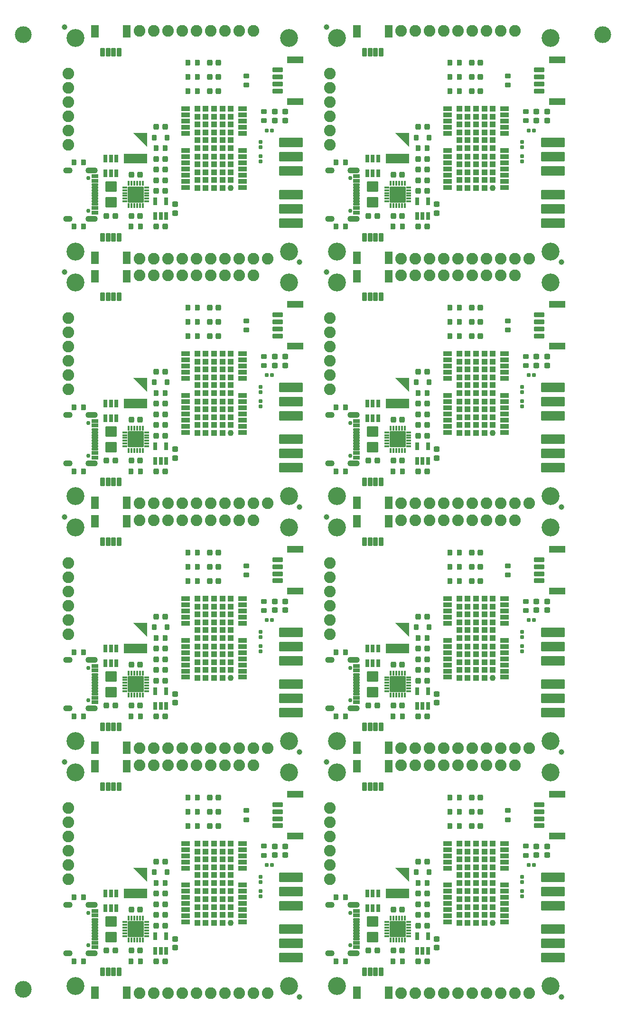
<source format=gts>
%TF.GenerationSoftware,KiCad,Pcbnew,8.0.5*%
%TF.CreationDate,2024-10-02T11:06:20-06:00*%
%TF.ProjectId,SparkFun_GNSS_LG290P_panelized,53706172-6b46-4756-9e5f-474e53535f4c,rev?*%
%TF.SameCoordinates,Original*%
%TF.FileFunction,Soldermask,Top*%
%TF.FilePolarity,Negative*%
%FSLAX46Y46*%
G04 Gerber Fmt 4.6, Leading zero omitted, Abs format (unit mm)*
G04 Created by KiCad (PCBNEW 8.0.5) date 2024-10-02 11:06:20*
%MOMM*%
%LPD*%
G01*
G04 APERTURE LIST*
G04 Aperture macros list*
%AMRoundRect*
0 Rectangle with rounded corners*
0 $1 Rounding radius*
0 $2 $3 $4 $5 $6 $7 $8 $9 X,Y pos of 4 corners*
0 Add a 4 corners polygon primitive as box body*
4,1,4,$2,$3,$4,$5,$6,$7,$8,$9,$2,$3,0*
0 Add four circle primitives for the rounded corners*
1,1,$1+$1,$2,$3*
1,1,$1+$1,$4,$5*
1,1,$1+$1,$6,$7*
1,1,$1+$1,$8,$9*
0 Add four rect primitives between the rounded corners*
20,1,$1+$1,$2,$3,$4,$5,0*
20,1,$1+$1,$4,$5,$6,$7,0*
20,1,$1+$1,$6,$7,$8,$9,0*
20,1,$1+$1,$8,$9,$2,$3,0*%
G04 Aperture macros list end*
%ADD10C,0.000000*%
%ADD11C,3.000000*%
%ADD12C,3.200000*%
%ADD13RoundRect,0.225000X-0.225000X-0.300000X0.225000X-0.300000X0.225000X0.300000X-0.225000X0.300000X0*%
%ADD14RoundRect,0.165000X0.165000X0.195000X-0.165000X0.195000X-0.165000X-0.195000X0.165000X-0.195000X0*%
%ADD15RoundRect,0.250000X0.275000X-0.250000X0.275000X0.250000X-0.275000X0.250000X-0.275000X-0.250000X0*%
%ADD16RoundRect,0.250000X-0.250000X-0.275000X0.250000X-0.275000X0.250000X0.275000X-0.250000X0.275000X0*%
%ADD17RoundRect,0.225000X-0.300000X0.225000X-0.300000X-0.225000X0.300000X-0.225000X0.300000X0.225000X0*%
%ADD18RoundRect,0.101600X0.275000X0.600000X-0.275000X0.600000X-0.275000X-0.600000X0.275000X-0.600000X0*%
%ADD19RoundRect,0.101600X-0.300000X-0.675000X0.300000X-0.675000X0.300000X0.675000X-0.300000X0.675000X0*%
%ADD20RoundRect,0.101600X-0.600000X-1.000000X0.600000X-1.000000X0.600000X1.000000X-0.600000X1.000000X0*%
%ADD21RoundRect,0.165000X0.195000X-0.165000X0.195000X0.165000X-0.195000X0.165000X-0.195000X-0.165000X0*%
%ADD22RoundRect,0.250000X0.250000X0.275000X-0.250000X0.275000X-0.250000X-0.275000X0.250000X-0.275000X0*%
%ADD23RoundRect,0.087500X-0.375000X-0.087500X0.375000X-0.087500X0.375000X0.087500X-0.375000X0.087500X0*%
%ADD24RoundRect,0.087500X-0.087500X-0.375000X0.087500X-0.375000X0.087500X0.375000X-0.087500X0.375000X0*%
%ADD25RoundRect,0.050000X-1.350000X-1.350000X1.350000X-1.350000X1.350000X1.350000X-1.350000X1.350000X0*%
%ADD26RoundRect,0.101600X-2.000000X0.750000X-2.000000X-0.750000X2.000000X-0.750000X2.000000X0.750000X0*%
%ADD27C,2.082800*%
%ADD28RoundRect,0.101600X0.900000X-0.800000X0.900000X0.800000X-0.900000X0.800000X-0.900000X-0.800000X0*%
%ADD29RoundRect,0.101600X-0.275000X-0.600000X0.275000X-0.600000X0.275000X0.600000X-0.275000X0.600000X0*%
%ADD30RoundRect,0.050000X0.750000X0.400000X-0.750000X0.400000X-0.750000X-0.400000X0.750000X-0.400000X0*%
%ADD31C,1.100000*%
%ADD32RoundRect,0.050000X-0.500000X-0.500000X0.500000X-0.500000X0.500000X0.500000X-0.500000X0.500000X0*%
%ADD33RoundRect,0.050000X0.500000X0.500000X-0.500000X0.500000X-0.500000X-0.500000X0.500000X-0.500000X0*%
%ADD34RoundRect,0.101600X0.300000X0.675000X-0.300000X0.675000X-0.300000X-0.675000X0.300000X-0.675000X0*%
%ADD35RoundRect,0.101600X0.600000X1.000000X-0.600000X1.000000X-0.600000X-1.000000X0.600000X-1.000000X0*%
%ADD36RoundRect,0.225000X0.225000X0.300000X-0.225000X0.300000X-0.225000X-0.300000X0.225000X-0.300000X0*%
%ADD37C,1.000000*%
%ADD38RoundRect,0.243750X0.243750X0.281250X-0.243750X0.281250X-0.243750X-0.281250X0.243750X-0.281250X0*%
%ADD39RoundRect,0.101600X-0.850000X0.300000X-0.850000X-0.300000X0.850000X-0.300000X0.850000X0.300000X0*%
%ADD40RoundRect,0.101600X-1.350000X-0.500000X1.350000X-0.500000X1.350000X0.500000X-1.350000X0.500000X0*%
%ADD41RoundRect,0.101600X-0.315000X-0.415000X0.315000X-0.415000X0.315000X0.415000X-0.315000X0.415000X0*%
%ADD42C,0.750000*%
%ADD43RoundRect,0.070000X0.500000X-0.150000X0.500000X0.150000X-0.500000X0.150000X-0.500000X-0.150000X0*%
%ADD44RoundRect,0.070000X-0.500000X0.150000X-0.500000X-0.150000X0.500000X-0.150000X0.500000X0.150000X0*%
%ADD45RoundRect,0.070000X0.500000X-0.300000X0.500000X0.300000X-0.500000X0.300000X-0.500000X-0.300000X0*%
%ADD46RoundRect,0.070000X-0.500000X0.300000X-0.500000X-0.300000X0.500000X-0.300000X0.500000X0.300000X0*%
%ADD47O,1.700000X1.100000*%
%ADD48O,2.200000X1.100000*%
%ADD49RoundRect,0.225000X0.300000X-0.225000X0.300000X0.225000X-0.300000X0.225000X-0.300000X-0.225000X0*%
G04 APERTURE END LIST*
D10*
%TO.C,BT1*%
G36*
X62133000Y152214645D02*
G01*
X59647645Y154700000D01*
X62133000Y154700000D01*
X62133000Y152214645D01*
G37*
G36*
X62128000Y149295000D02*
G01*
X57928000Y149295000D01*
X57928000Y150995000D01*
X62128000Y150995000D01*
X62128000Y149295000D01*
G37*
G36*
X62133000Y108534645D02*
G01*
X59647645Y111020000D01*
X62133000Y111020000D01*
X62133000Y108534645D01*
G37*
G36*
X62128000Y105615000D02*
G01*
X57928000Y105615000D01*
X57928000Y107315000D01*
X62128000Y107315000D01*
X62128000Y105615000D01*
G37*
G36*
X62133000Y64854645D02*
G01*
X59647645Y67340000D01*
X62133000Y67340000D01*
X62133000Y64854645D01*
G37*
G36*
X62128000Y61935000D02*
G01*
X57928000Y61935000D01*
X57928000Y63635000D01*
X62128000Y63635000D01*
X62128000Y61935000D01*
G37*
G36*
X62133000Y21174645D02*
G01*
X59647645Y23660000D01*
X62133000Y23660000D01*
X62133000Y21174645D01*
G37*
G36*
X62128000Y18255000D02*
G01*
X57928000Y18255000D01*
X57928000Y19955000D01*
X62128000Y19955000D01*
X62128000Y18255000D01*
G37*
G36*
X15405000Y152214645D02*
G01*
X12919645Y154700000D01*
X15405000Y154700000D01*
X15405000Y152214645D01*
G37*
G36*
X15400000Y149295000D02*
G01*
X11200000Y149295000D01*
X11200000Y150995000D01*
X15400000Y150995000D01*
X15400000Y149295000D01*
G37*
G36*
X15405000Y108534645D02*
G01*
X12919645Y111020000D01*
X15405000Y111020000D01*
X15405000Y108534645D01*
G37*
G36*
X15400000Y105615000D02*
G01*
X11200000Y105615000D01*
X11200000Y107315000D01*
X15400000Y107315000D01*
X15400000Y105615000D01*
G37*
G36*
X15405000Y64854645D02*
G01*
X12919645Y67340000D01*
X15405000Y67340000D01*
X15405000Y64854645D01*
G37*
G36*
X15400000Y61935000D02*
G01*
X11200000Y61935000D01*
X11200000Y63635000D01*
X15400000Y63635000D01*
X15400000Y61935000D01*
G37*
G36*
X15405000Y21174645D02*
G01*
X12919645Y23660000D01*
X15405000Y23660000D01*
X15405000Y21174645D01*
G37*
G36*
X15400000Y18255000D02*
G01*
X11200000Y18255000D01*
X11200000Y19955000D01*
X15400000Y19955000D01*
X15400000Y18255000D01*
G37*
%TD*%
D11*
%TO.C,*%
X96631000Y172220000D03*
%TD*%
%TO.C,*%
X-6723000Y172220000D03*
%TD*%
%TO.C,*%
X-6723000Y2000000D03*
%TD*%
D12*
%TO.C,ST4*%
X49268000Y133580000D03*
%TD*%
%TO.C,ST4*%
X49268000Y89900000D03*
%TD*%
%TO.C,ST4*%
X49268000Y46220000D03*
%TD*%
%TO.C,ST4*%
X49268000Y2540000D03*
%TD*%
%TO.C,ST4*%
X2540000Y133580000D03*
%TD*%
%TO.C,ST4*%
X2540000Y89900000D03*
%TD*%
%TO.C,ST4*%
X2540000Y46220000D03*
%TD*%
D13*
%TO.C,R7*%
X63683000Y151995000D03*
X65333000Y151995000D03*
%TD*%
%TO.C,R7*%
X63683000Y108315000D03*
X65333000Y108315000D03*
%TD*%
%TO.C,R7*%
X63683000Y64635000D03*
X65333000Y64635000D03*
%TD*%
%TO.C,R7*%
X63683000Y20955000D03*
X65333000Y20955000D03*
%TD*%
%TO.C,R7*%
X16955000Y151995000D03*
X18605000Y151995000D03*
%TD*%
%TO.C,R7*%
X16955000Y108315000D03*
X18605000Y108315000D03*
%TD*%
%TO.C,R7*%
X16955000Y64635000D03*
X18605000Y64635000D03*
%TD*%
D12*
%TO.C,ST3*%
X49268000Y171680000D03*
%TD*%
%TO.C,ST3*%
X49268000Y128000000D03*
%TD*%
%TO.C,ST3*%
X49268000Y84320000D03*
%TD*%
%TO.C,ST3*%
X49268000Y40640000D03*
%TD*%
%TO.C,ST3*%
X2540000Y171680000D03*
%TD*%
%TO.C,ST3*%
X2540000Y128000000D03*
%TD*%
%TO.C,ST3*%
X2540000Y84320000D03*
%TD*%
D14*
%TO.C,L1*%
X84355500Y155170000D03*
X83395500Y155170000D03*
%TD*%
%TO.C,L1*%
X84355500Y111490000D03*
X83395500Y111490000D03*
%TD*%
%TO.C,L1*%
X84355500Y67810000D03*
X83395500Y67810000D03*
%TD*%
%TO.C,L1*%
X84355500Y24130000D03*
X83395500Y24130000D03*
%TD*%
%TO.C,L1*%
X37627500Y155170000D03*
X36667500Y155170000D03*
%TD*%
%TO.C,L1*%
X37627500Y111490000D03*
X36667500Y111490000D03*
%TD*%
%TO.C,L1*%
X37627500Y67810000D03*
X36667500Y67810000D03*
%TD*%
D15*
%TO.C,C3*%
X86733000Y156935000D03*
X86733000Y158485000D03*
%TD*%
%TO.C,C3*%
X86733000Y113255000D03*
X86733000Y114805000D03*
%TD*%
%TO.C,C3*%
X86733000Y69575000D03*
X86733000Y71125000D03*
%TD*%
%TO.C,C3*%
X86733000Y25895000D03*
X86733000Y27445000D03*
%TD*%
%TO.C,C3*%
X40005000Y156935000D03*
X40005000Y158485000D03*
%TD*%
%TO.C,C3*%
X40005000Y113255000D03*
X40005000Y114805000D03*
%TD*%
%TO.C,C3*%
X40005000Y69575000D03*
X40005000Y71125000D03*
%TD*%
D13*
%TO.C,R9*%
X59238000Y138025000D03*
X60888000Y138025000D03*
%TD*%
%TO.C,R9*%
X59238000Y94345000D03*
X60888000Y94345000D03*
%TD*%
%TO.C,R9*%
X59238000Y50665000D03*
X60888000Y50665000D03*
%TD*%
%TO.C,R9*%
X59238000Y6985000D03*
X60888000Y6985000D03*
%TD*%
%TO.C,R9*%
X12510000Y138025000D03*
X14160000Y138025000D03*
%TD*%
%TO.C,R9*%
X12510000Y94345000D03*
X14160000Y94345000D03*
%TD*%
%TO.C,R9*%
X12510000Y50665000D03*
X14160000Y50665000D03*
%TD*%
D16*
%TO.C,C13*%
X54843000Y139930000D03*
X56393000Y139930000D03*
%TD*%
%TO.C,C13*%
X54843000Y96250000D03*
X56393000Y96250000D03*
%TD*%
%TO.C,C13*%
X54843000Y52570000D03*
X56393000Y52570000D03*
%TD*%
%TO.C,C13*%
X54843000Y8890000D03*
X56393000Y8890000D03*
%TD*%
%TO.C,C13*%
X8115000Y139930000D03*
X9665000Y139930000D03*
%TD*%
%TO.C,C13*%
X8115000Y96250000D03*
X9665000Y96250000D03*
%TD*%
%TO.C,C13*%
X8115000Y52570000D03*
X9665000Y52570000D03*
%TD*%
%TO.C,C1*%
X63733000Y138025000D03*
X65283000Y138025000D03*
%TD*%
%TO.C,C1*%
X63733000Y94345000D03*
X65283000Y94345000D03*
%TD*%
%TO.C,C1*%
X63733000Y50665000D03*
X65283000Y50665000D03*
%TD*%
%TO.C,C1*%
X63733000Y6985000D03*
X65283000Y6985000D03*
%TD*%
%TO.C,C1*%
X17005000Y138025000D03*
X18555000Y138025000D03*
%TD*%
%TO.C,C1*%
X17005000Y94345000D03*
X18555000Y94345000D03*
%TD*%
%TO.C,C1*%
X17005000Y50665000D03*
X18555000Y50665000D03*
%TD*%
D17*
%TO.C,R6*%
X82923000Y158535000D03*
X82923000Y156885000D03*
%TD*%
%TO.C,R6*%
X82923000Y114855000D03*
X82923000Y113205000D03*
%TD*%
%TO.C,R6*%
X82923000Y71175000D03*
X82923000Y69525000D03*
%TD*%
%TO.C,R6*%
X82923000Y27495000D03*
X82923000Y25845000D03*
%TD*%
%TO.C,R6*%
X36195000Y158535000D03*
X36195000Y156885000D03*
%TD*%
%TO.C,R6*%
X36195000Y114855000D03*
X36195000Y113205000D03*
%TD*%
%TO.C,R6*%
X36195000Y71175000D03*
X36195000Y69525000D03*
%TD*%
D18*
%TO.C,U1*%
X56568000Y150120100D03*
X55618000Y150120100D03*
X54668000Y150120100D03*
X54668000Y147519900D03*
X55618000Y147520000D03*
X56568000Y147519900D03*
%TD*%
%TO.C,U1*%
X56568000Y106440100D03*
X55618000Y106440100D03*
X54668000Y106440100D03*
X54668000Y103839900D03*
X55618000Y103840000D03*
X56568000Y103839900D03*
%TD*%
%TO.C,U1*%
X56568000Y62760100D03*
X55618000Y62760100D03*
X54668000Y62760100D03*
X54668000Y60159900D03*
X55618000Y60160000D03*
X56568000Y60159900D03*
%TD*%
%TO.C,U1*%
X56568000Y19080100D03*
X55618000Y19080100D03*
X54668000Y19080100D03*
X54668000Y16479900D03*
X55618000Y16480000D03*
X56568000Y16479900D03*
%TD*%
%TO.C,U1*%
X9840000Y150120100D03*
X8890000Y150120100D03*
X7940000Y150120100D03*
X7940000Y147519900D03*
X8890000Y147520000D03*
X9840000Y147519900D03*
%TD*%
%TO.C,U1*%
X9840000Y106440100D03*
X8890000Y106440100D03*
X7940000Y106440100D03*
X7940000Y103839900D03*
X8890000Y103840000D03*
X9840000Y103839900D03*
%TD*%
%TO.C,U1*%
X9840000Y62760100D03*
X8890000Y62760100D03*
X7940000Y62760100D03*
X7940000Y60159900D03*
X8890000Y60160000D03*
X9840000Y60159900D03*
%TD*%
D19*
%TO.C,J4*%
X54118000Y136120000D03*
X55118000Y136120000D03*
X56118000Y136120000D03*
X57118000Y136120000D03*
D20*
X58418000Y132445000D03*
X52818000Y132445000D03*
%TD*%
D19*
%TO.C,J4*%
X54118000Y92440000D03*
X55118000Y92440000D03*
X56118000Y92440000D03*
X57118000Y92440000D03*
D20*
X58418000Y88765000D03*
X52818000Y88765000D03*
%TD*%
D19*
%TO.C,J4*%
X54118000Y48760000D03*
X55118000Y48760000D03*
X56118000Y48760000D03*
X57118000Y48760000D03*
D20*
X58418000Y45085000D03*
X52818000Y45085000D03*
%TD*%
D19*
%TO.C,J4*%
X54118000Y5080000D03*
X55118000Y5080000D03*
X56118000Y5080000D03*
X57118000Y5080000D03*
D20*
X58418000Y1405000D03*
X52818000Y1405000D03*
%TD*%
D19*
%TO.C,J4*%
X7390000Y136120000D03*
X8390000Y136120000D03*
X9390000Y136120000D03*
X10390000Y136120000D03*
D20*
X11690000Y132445000D03*
X6090000Y132445000D03*
%TD*%
D19*
%TO.C,J4*%
X7390000Y92440000D03*
X8390000Y92440000D03*
X9390000Y92440000D03*
X10390000Y92440000D03*
D20*
X11690000Y88765000D03*
X6090000Y88765000D03*
%TD*%
D19*
%TO.C,J4*%
X7390000Y48760000D03*
X8390000Y48760000D03*
X9390000Y48760000D03*
X10390000Y48760000D03*
D20*
X11690000Y45085000D03*
X6090000Y45085000D03*
%TD*%
D21*
%TO.C,C6*%
X82288000Y152150000D03*
X82288000Y153110000D03*
%TD*%
%TO.C,C6*%
X82288000Y108470000D03*
X82288000Y109430000D03*
%TD*%
%TO.C,C6*%
X82288000Y64790000D03*
X82288000Y65750000D03*
%TD*%
%TO.C,C6*%
X82288000Y21110000D03*
X82288000Y22070000D03*
%TD*%
%TO.C,C6*%
X35560000Y152150000D03*
X35560000Y153110000D03*
%TD*%
%TO.C,C6*%
X35560000Y108470000D03*
X35560000Y109430000D03*
%TD*%
%TO.C,C6*%
X35560000Y64790000D03*
X35560000Y65750000D03*
%TD*%
D22*
%TO.C,C10*%
X60838000Y147232500D03*
X59288000Y147232500D03*
%TD*%
%TO.C,C10*%
X60838000Y103552500D03*
X59288000Y103552500D03*
%TD*%
%TO.C,C10*%
X60838000Y59872500D03*
X59288000Y59872500D03*
%TD*%
%TO.C,C10*%
X60838000Y16192500D03*
X59288000Y16192500D03*
%TD*%
%TO.C,C10*%
X14110000Y147232500D03*
X12560000Y147232500D03*
%TD*%
%TO.C,C10*%
X14110000Y103552500D03*
X12560000Y103552500D03*
%TD*%
%TO.C,C10*%
X14110000Y59872500D03*
X12560000Y59872500D03*
%TD*%
D23*
%TO.C,U4*%
X58100500Y144990000D03*
X58100500Y144490000D03*
X58100500Y143990000D03*
X58100500Y143490000D03*
X58100500Y142990000D03*
X58100500Y142490000D03*
D24*
X58813000Y141777500D03*
X59313000Y141777500D03*
X59813000Y141777500D03*
X60313000Y141777500D03*
X60813000Y141777500D03*
X61313000Y141777500D03*
D23*
X62025500Y142490000D03*
X62025500Y142990000D03*
X62025500Y143490000D03*
X62025500Y143990000D03*
X62025500Y144490000D03*
X62025500Y144990000D03*
D24*
X61313000Y145702500D03*
X60813000Y145702500D03*
X60313000Y145702500D03*
X59813000Y145702500D03*
X59313000Y145702500D03*
X58813000Y145702500D03*
D25*
X60063000Y143740000D03*
%TD*%
D23*
%TO.C,U4*%
X58100500Y101310000D03*
X58100500Y100810000D03*
X58100500Y100310000D03*
X58100500Y99810000D03*
X58100500Y99310000D03*
X58100500Y98810000D03*
D24*
X58813000Y98097500D03*
X59313000Y98097500D03*
X59813000Y98097500D03*
X60313000Y98097500D03*
X60813000Y98097500D03*
X61313000Y98097500D03*
D23*
X62025500Y98810000D03*
X62025500Y99310000D03*
X62025500Y99810000D03*
X62025500Y100310000D03*
X62025500Y100810000D03*
X62025500Y101310000D03*
D24*
X61313000Y102022500D03*
X60813000Y102022500D03*
X60313000Y102022500D03*
X59813000Y102022500D03*
X59313000Y102022500D03*
X58813000Y102022500D03*
D25*
X60063000Y100060000D03*
%TD*%
D23*
%TO.C,U4*%
X58100500Y57630000D03*
X58100500Y57130000D03*
X58100500Y56630000D03*
X58100500Y56130000D03*
X58100500Y55630000D03*
X58100500Y55130000D03*
D24*
X58813000Y54417500D03*
X59313000Y54417500D03*
X59813000Y54417500D03*
X60313000Y54417500D03*
X60813000Y54417500D03*
X61313000Y54417500D03*
D23*
X62025500Y55130000D03*
X62025500Y55630000D03*
X62025500Y56130000D03*
X62025500Y56630000D03*
X62025500Y57130000D03*
X62025500Y57630000D03*
D24*
X61313000Y58342500D03*
X60813000Y58342500D03*
X60313000Y58342500D03*
X59813000Y58342500D03*
X59313000Y58342500D03*
X58813000Y58342500D03*
D25*
X60063000Y56380000D03*
%TD*%
D23*
%TO.C,U4*%
X58100500Y13950000D03*
X58100500Y13450000D03*
X58100500Y12950000D03*
X58100500Y12450000D03*
X58100500Y11950000D03*
X58100500Y11450000D03*
D24*
X58813000Y10737500D03*
X59313000Y10737500D03*
X59813000Y10737500D03*
X60313000Y10737500D03*
X60813000Y10737500D03*
X61313000Y10737500D03*
D23*
X62025500Y11450000D03*
X62025500Y11950000D03*
X62025500Y12450000D03*
X62025500Y12950000D03*
X62025500Y13450000D03*
X62025500Y13950000D03*
D24*
X61313000Y14662500D03*
X60813000Y14662500D03*
X60313000Y14662500D03*
X59813000Y14662500D03*
X59313000Y14662500D03*
X58813000Y14662500D03*
D25*
X60063000Y12700000D03*
%TD*%
D23*
%TO.C,U4*%
X11372500Y144990000D03*
X11372500Y144490000D03*
X11372500Y143990000D03*
X11372500Y143490000D03*
X11372500Y142990000D03*
X11372500Y142490000D03*
D24*
X12085000Y141777500D03*
X12585000Y141777500D03*
X13085000Y141777500D03*
X13585000Y141777500D03*
X14085000Y141777500D03*
X14585000Y141777500D03*
D23*
X15297500Y142490000D03*
X15297500Y142990000D03*
X15297500Y143490000D03*
X15297500Y143990000D03*
X15297500Y144490000D03*
X15297500Y144990000D03*
D24*
X14585000Y145702500D03*
X14085000Y145702500D03*
X13585000Y145702500D03*
X13085000Y145702500D03*
X12585000Y145702500D03*
X12085000Y145702500D03*
D25*
X13335000Y143740000D03*
%TD*%
D23*
%TO.C,U4*%
X11372500Y101310000D03*
X11372500Y100810000D03*
X11372500Y100310000D03*
X11372500Y99810000D03*
X11372500Y99310000D03*
X11372500Y98810000D03*
D24*
X12085000Y98097500D03*
X12585000Y98097500D03*
X13085000Y98097500D03*
X13585000Y98097500D03*
X14085000Y98097500D03*
X14585000Y98097500D03*
D23*
X15297500Y98810000D03*
X15297500Y99310000D03*
X15297500Y99810000D03*
X15297500Y100310000D03*
X15297500Y100810000D03*
X15297500Y101310000D03*
D24*
X14585000Y102022500D03*
X14085000Y102022500D03*
X13585000Y102022500D03*
X13085000Y102022500D03*
X12585000Y102022500D03*
X12085000Y102022500D03*
D25*
X13335000Y100060000D03*
%TD*%
D23*
%TO.C,U4*%
X11372500Y57630000D03*
X11372500Y57130000D03*
X11372500Y56630000D03*
X11372500Y56130000D03*
X11372500Y55630000D03*
X11372500Y55130000D03*
D24*
X12085000Y54417500D03*
X12585000Y54417500D03*
X13085000Y54417500D03*
X13585000Y54417500D03*
X14085000Y54417500D03*
X14585000Y54417500D03*
D23*
X15297500Y55130000D03*
X15297500Y55630000D03*
X15297500Y56130000D03*
X15297500Y56630000D03*
X15297500Y57130000D03*
X15297500Y57630000D03*
D24*
X14585000Y58342500D03*
X14085000Y58342500D03*
X13585000Y58342500D03*
X13085000Y58342500D03*
X12585000Y58342500D03*
X12085000Y58342500D03*
D25*
X13335000Y56380000D03*
%TD*%
D26*
%TO.C,J3*%
X87749000Y141200000D03*
X87749000Y143740000D03*
X87749000Y138660000D03*
%TD*%
%TO.C,J3*%
X87749000Y97520000D03*
X87749000Y100060000D03*
X87749000Y94980000D03*
%TD*%
%TO.C,J3*%
X87749000Y53840000D03*
X87749000Y56380000D03*
X87749000Y51300000D03*
%TD*%
%TO.C,J3*%
X87749000Y10160000D03*
X87749000Y12700000D03*
X87749000Y7620000D03*
%TD*%
%TO.C,J3*%
X41021000Y141200000D03*
X41021000Y143740000D03*
X41021000Y138660000D03*
%TD*%
%TO.C,J3*%
X41021000Y97520000D03*
X41021000Y100060000D03*
X41021000Y94980000D03*
%TD*%
%TO.C,J3*%
X41021000Y53840000D03*
X41021000Y56380000D03*
X41021000Y51300000D03*
%TD*%
D16*
%TO.C,C7*%
X59288000Y139930000D03*
X60838000Y139930000D03*
%TD*%
%TO.C,C7*%
X59288000Y96250000D03*
X60838000Y96250000D03*
%TD*%
%TO.C,C7*%
X59288000Y52570000D03*
X60838000Y52570000D03*
%TD*%
%TO.C,C7*%
X59288000Y8890000D03*
X60838000Y8890000D03*
%TD*%
%TO.C,C7*%
X12560000Y139930000D03*
X14110000Y139930000D03*
%TD*%
%TO.C,C7*%
X12560000Y96250000D03*
X14110000Y96250000D03*
%TD*%
%TO.C,C7*%
X12560000Y52570000D03*
X14110000Y52570000D03*
%TD*%
D15*
%TO.C,D6*%
X67048000Y140425000D03*
X67048000Y141975000D03*
%TD*%
%TO.C,D6*%
X67048000Y96745000D03*
X67048000Y98295000D03*
%TD*%
%TO.C,D6*%
X67048000Y53065000D03*
X67048000Y54615000D03*
%TD*%
%TO.C,D6*%
X67048000Y9385000D03*
X67048000Y10935000D03*
%TD*%
%TO.C,D6*%
X20320000Y140425000D03*
X20320000Y141975000D03*
%TD*%
%TO.C,D6*%
X20320000Y96745000D03*
X20320000Y98295000D03*
%TD*%
%TO.C,D6*%
X20320000Y53065000D03*
X20320000Y54615000D03*
%TD*%
D27*
%TO.C,J10*%
X70858000Y132310000D03*
X73398000Y132310000D03*
X75938000Y132310000D03*
X78478000Y132310000D03*
X81018000Y132310000D03*
X83558000Y132310000D03*
%TD*%
%TO.C,J10*%
X70858000Y88630000D03*
X73398000Y88630000D03*
X75938000Y88630000D03*
X78478000Y88630000D03*
X81018000Y88630000D03*
X83558000Y88630000D03*
%TD*%
%TO.C,J10*%
X70858000Y44950000D03*
X73398000Y44950000D03*
X75938000Y44950000D03*
X78478000Y44950000D03*
X81018000Y44950000D03*
X83558000Y44950000D03*
%TD*%
%TO.C,J10*%
X70858000Y1270000D03*
X73398000Y1270000D03*
X75938000Y1270000D03*
X78478000Y1270000D03*
X81018000Y1270000D03*
X83558000Y1270000D03*
%TD*%
%TO.C,J10*%
X24130000Y132310000D03*
X26670000Y132310000D03*
X29210000Y132310000D03*
X31750000Y132310000D03*
X34290000Y132310000D03*
X36830000Y132310000D03*
%TD*%
%TO.C,J10*%
X24130000Y88630000D03*
X26670000Y88630000D03*
X29210000Y88630000D03*
X31750000Y88630000D03*
X34290000Y88630000D03*
X36830000Y88630000D03*
%TD*%
%TO.C,J10*%
X24130000Y44950000D03*
X26670000Y44950000D03*
X29210000Y44950000D03*
X31750000Y44950000D03*
X34290000Y44950000D03*
X36830000Y44950000D03*
%TD*%
D28*
%TO.C,F1*%
X55618000Y142340000D03*
X55618000Y145140000D03*
%TD*%
%TO.C,F1*%
X55618000Y98660000D03*
X55618000Y101460000D03*
%TD*%
%TO.C,F1*%
X55618000Y54980000D03*
X55618000Y57780000D03*
%TD*%
%TO.C,F1*%
X55618000Y11300000D03*
X55618000Y14100000D03*
%TD*%
%TO.C,F1*%
X8890000Y142340000D03*
X8890000Y145140000D03*
%TD*%
%TO.C,F1*%
X8890000Y98660000D03*
X8890000Y101460000D03*
%TD*%
%TO.C,F1*%
X8890000Y54980000D03*
X8890000Y57780000D03*
%TD*%
D22*
%TO.C,C8*%
X65283000Y148185000D03*
X63733000Y148185000D03*
%TD*%
%TO.C,C8*%
X65283000Y104505000D03*
X63733000Y104505000D03*
%TD*%
%TO.C,C8*%
X65283000Y60825000D03*
X63733000Y60825000D03*
%TD*%
%TO.C,C8*%
X65283000Y17145000D03*
X63733000Y17145000D03*
%TD*%
%TO.C,C8*%
X18555000Y148185000D03*
X17005000Y148185000D03*
%TD*%
%TO.C,C8*%
X18555000Y104505000D03*
X17005000Y104505000D03*
%TD*%
%TO.C,C8*%
X18555000Y60825000D03*
X17005000Y60825000D03*
%TD*%
D15*
%TO.C,C4*%
X84828000Y156935000D03*
X84828000Y158485000D03*
%TD*%
%TO.C,C4*%
X84828000Y113255000D03*
X84828000Y114805000D03*
%TD*%
%TO.C,C4*%
X84828000Y69575000D03*
X84828000Y71125000D03*
%TD*%
%TO.C,C4*%
X84828000Y25895000D03*
X84828000Y27445000D03*
%TD*%
%TO.C,C4*%
X38100000Y156935000D03*
X38100000Y158485000D03*
%TD*%
%TO.C,C4*%
X38100000Y113255000D03*
X38100000Y114805000D03*
%TD*%
%TO.C,C4*%
X38100000Y69575000D03*
X38100000Y71125000D03*
%TD*%
D29*
%TO.C,U2*%
X63558000Y139899900D03*
X64508000Y139899900D03*
X65458000Y139899900D03*
X65458000Y142500100D03*
X63558000Y142500100D03*
%TD*%
%TO.C,U2*%
X63558000Y96219900D03*
X64508000Y96219900D03*
X65458000Y96219900D03*
X65458000Y98820100D03*
X63558000Y98820100D03*
%TD*%
%TO.C,U2*%
X63558000Y52539900D03*
X64508000Y52539900D03*
X65458000Y52539900D03*
X65458000Y55140100D03*
X63558000Y55140100D03*
%TD*%
%TO.C,U2*%
X63558000Y8859900D03*
X64508000Y8859900D03*
X65458000Y8859900D03*
X65458000Y11460100D03*
X63558000Y11460100D03*
%TD*%
%TO.C,U2*%
X16830000Y139899900D03*
X17780000Y139899900D03*
X18730000Y139899900D03*
X18730000Y142500100D03*
X16830000Y142500100D03*
%TD*%
%TO.C,U2*%
X16830000Y96219900D03*
X17780000Y96219900D03*
X18730000Y96219900D03*
X18730000Y98820100D03*
X16830000Y98820100D03*
%TD*%
%TO.C,U2*%
X16830000Y52539900D03*
X17780000Y52539900D03*
X18730000Y52539900D03*
X18730000Y55140100D03*
X16830000Y55140100D03*
%TD*%
D30*
%TO.C,U3*%
X79083000Y144995000D03*
X79083000Y146095000D03*
X79083000Y147195000D03*
X79083000Y148295000D03*
X79083000Y149395000D03*
X79083000Y150495000D03*
X79083000Y151595000D03*
X79083000Y154595000D03*
X79083000Y155695000D03*
X79083000Y156795000D03*
X79083000Y157895000D03*
X79083000Y158995000D03*
X68983000Y158995000D03*
X68983000Y157895000D03*
X68983000Y156795000D03*
X68983000Y155695000D03*
X68983000Y154595000D03*
X68983000Y151595000D03*
X68983000Y150495000D03*
X68983000Y149395000D03*
X68983000Y148295000D03*
X68983000Y147195000D03*
X68983000Y146095000D03*
X68983000Y144995000D03*
D31*
X77033000Y144895000D03*
D32*
X77033000Y146295000D03*
X77033000Y147695000D03*
X77033000Y149095000D03*
X77033000Y150495000D03*
D33*
X77033000Y151995000D03*
X77033000Y153395000D03*
X77033000Y154795000D03*
X77033000Y156195000D03*
X77033000Y157595000D03*
X77033000Y158995000D03*
D32*
X75533000Y144895000D03*
X75533000Y146295000D03*
X75533000Y147695000D03*
X75533000Y149095000D03*
X75533000Y150495000D03*
D33*
X75533000Y151995000D03*
X75533000Y153395000D03*
X75533000Y154795000D03*
X75533000Y156195000D03*
X75533000Y157595000D03*
X75533000Y158995000D03*
D32*
X74033000Y144895000D03*
X74033000Y146295000D03*
X74033000Y147695000D03*
X74033000Y149095000D03*
X74033000Y150495000D03*
D33*
X74033000Y151995000D03*
X74033000Y153395000D03*
X74033000Y154795000D03*
X74033000Y156195000D03*
X74033000Y157595000D03*
X74033000Y158995000D03*
D32*
X72533000Y144895000D03*
X72533000Y146295000D03*
X72533000Y147695000D03*
X72533000Y149095000D03*
X72533000Y150495000D03*
D33*
X72533000Y151995000D03*
X72533000Y153395000D03*
X72533000Y154795000D03*
X72533000Y156195000D03*
X72533000Y157595000D03*
X72533000Y158995000D03*
D32*
X71033000Y144895000D03*
X71033000Y146295000D03*
X71033000Y147695000D03*
X71033000Y149095000D03*
X71033000Y150495000D03*
D33*
X71033000Y151995000D03*
X71033000Y153395000D03*
X71033000Y154795000D03*
X71033000Y156195000D03*
X71033000Y157595000D03*
X71033000Y158995000D03*
%TD*%
D30*
%TO.C,U3*%
X79083000Y101315000D03*
X79083000Y102415000D03*
X79083000Y103515000D03*
X79083000Y104615000D03*
X79083000Y105715000D03*
X79083000Y106815000D03*
X79083000Y107915000D03*
X79083000Y110915000D03*
X79083000Y112015000D03*
X79083000Y113115000D03*
X79083000Y114215000D03*
X79083000Y115315000D03*
X68983000Y115315000D03*
X68983000Y114215000D03*
X68983000Y113115000D03*
X68983000Y112015000D03*
X68983000Y110915000D03*
X68983000Y107915000D03*
X68983000Y106815000D03*
X68983000Y105715000D03*
X68983000Y104615000D03*
X68983000Y103515000D03*
X68983000Y102415000D03*
X68983000Y101315000D03*
D31*
X77033000Y101215000D03*
D32*
X77033000Y102615000D03*
X77033000Y104015000D03*
X77033000Y105415000D03*
X77033000Y106815000D03*
D33*
X77033000Y108315000D03*
X77033000Y109715000D03*
X77033000Y111115000D03*
X77033000Y112515000D03*
X77033000Y113915000D03*
X77033000Y115315000D03*
D32*
X75533000Y101215000D03*
X75533000Y102615000D03*
X75533000Y104015000D03*
X75533000Y105415000D03*
X75533000Y106815000D03*
D33*
X75533000Y108315000D03*
X75533000Y109715000D03*
X75533000Y111115000D03*
X75533000Y112515000D03*
X75533000Y113915000D03*
X75533000Y115315000D03*
D32*
X74033000Y101215000D03*
X74033000Y102615000D03*
X74033000Y104015000D03*
X74033000Y105415000D03*
X74033000Y106815000D03*
D33*
X74033000Y108315000D03*
X74033000Y109715000D03*
X74033000Y111115000D03*
X74033000Y112515000D03*
X74033000Y113915000D03*
X74033000Y115315000D03*
D32*
X72533000Y101215000D03*
X72533000Y102615000D03*
X72533000Y104015000D03*
X72533000Y105415000D03*
X72533000Y106815000D03*
D33*
X72533000Y108315000D03*
X72533000Y109715000D03*
X72533000Y111115000D03*
X72533000Y112515000D03*
X72533000Y113915000D03*
X72533000Y115315000D03*
D32*
X71033000Y101215000D03*
X71033000Y102615000D03*
X71033000Y104015000D03*
X71033000Y105415000D03*
X71033000Y106815000D03*
D33*
X71033000Y108315000D03*
X71033000Y109715000D03*
X71033000Y111115000D03*
X71033000Y112515000D03*
X71033000Y113915000D03*
X71033000Y115315000D03*
%TD*%
D30*
%TO.C,U3*%
X79083000Y57635000D03*
X79083000Y58735000D03*
X79083000Y59835000D03*
X79083000Y60935000D03*
X79083000Y62035000D03*
X79083000Y63135000D03*
X79083000Y64235000D03*
X79083000Y67235000D03*
X79083000Y68335000D03*
X79083000Y69435000D03*
X79083000Y70535000D03*
X79083000Y71635000D03*
X68983000Y71635000D03*
X68983000Y70535000D03*
X68983000Y69435000D03*
X68983000Y68335000D03*
X68983000Y67235000D03*
X68983000Y64235000D03*
X68983000Y63135000D03*
X68983000Y62035000D03*
X68983000Y60935000D03*
X68983000Y59835000D03*
X68983000Y58735000D03*
X68983000Y57635000D03*
D31*
X77033000Y57535000D03*
D32*
X77033000Y58935000D03*
X77033000Y60335000D03*
X77033000Y61735000D03*
X77033000Y63135000D03*
D33*
X77033000Y64635000D03*
X77033000Y66035000D03*
X77033000Y67435000D03*
X77033000Y68835000D03*
X77033000Y70235000D03*
X77033000Y71635000D03*
D32*
X75533000Y57535000D03*
X75533000Y58935000D03*
X75533000Y60335000D03*
X75533000Y61735000D03*
X75533000Y63135000D03*
D33*
X75533000Y64635000D03*
X75533000Y66035000D03*
X75533000Y67435000D03*
X75533000Y68835000D03*
X75533000Y70235000D03*
X75533000Y71635000D03*
D32*
X74033000Y57535000D03*
X74033000Y58935000D03*
X74033000Y60335000D03*
X74033000Y61735000D03*
X74033000Y63135000D03*
D33*
X74033000Y64635000D03*
X74033000Y66035000D03*
X74033000Y67435000D03*
X74033000Y68835000D03*
X74033000Y70235000D03*
X74033000Y71635000D03*
D32*
X72533000Y57535000D03*
X72533000Y58935000D03*
X72533000Y60335000D03*
X72533000Y61735000D03*
X72533000Y63135000D03*
D33*
X72533000Y64635000D03*
X72533000Y66035000D03*
X72533000Y67435000D03*
X72533000Y68835000D03*
X72533000Y70235000D03*
X72533000Y71635000D03*
D32*
X71033000Y57535000D03*
X71033000Y58935000D03*
X71033000Y60335000D03*
X71033000Y61735000D03*
X71033000Y63135000D03*
D33*
X71033000Y64635000D03*
X71033000Y66035000D03*
X71033000Y67435000D03*
X71033000Y68835000D03*
X71033000Y70235000D03*
X71033000Y71635000D03*
%TD*%
D30*
%TO.C,U3*%
X79083000Y13955000D03*
X79083000Y15055000D03*
X79083000Y16155000D03*
X79083000Y17255000D03*
X79083000Y18355000D03*
X79083000Y19455000D03*
X79083000Y20555000D03*
X79083000Y23555000D03*
X79083000Y24655000D03*
X79083000Y25755000D03*
X79083000Y26855000D03*
X79083000Y27955000D03*
X68983000Y27955000D03*
X68983000Y26855000D03*
X68983000Y25755000D03*
X68983000Y24655000D03*
X68983000Y23555000D03*
X68983000Y20555000D03*
X68983000Y19455000D03*
X68983000Y18355000D03*
X68983000Y17255000D03*
X68983000Y16155000D03*
X68983000Y15055000D03*
X68983000Y13955000D03*
D31*
X77033000Y13855000D03*
D32*
X77033000Y15255000D03*
X77033000Y16655000D03*
X77033000Y18055000D03*
X77033000Y19455000D03*
D33*
X77033000Y20955000D03*
X77033000Y22355000D03*
X77033000Y23755000D03*
X77033000Y25155000D03*
X77033000Y26555000D03*
X77033000Y27955000D03*
D32*
X75533000Y13855000D03*
X75533000Y15255000D03*
X75533000Y16655000D03*
X75533000Y18055000D03*
X75533000Y19455000D03*
D33*
X75533000Y20955000D03*
X75533000Y22355000D03*
X75533000Y23755000D03*
X75533000Y25155000D03*
X75533000Y26555000D03*
X75533000Y27955000D03*
D32*
X74033000Y13855000D03*
X74033000Y15255000D03*
X74033000Y16655000D03*
X74033000Y18055000D03*
X74033000Y19455000D03*
D33*
X74033000Y20955000D03*
X74033000Y22355000D03*
X74033000Y23755000D03*
X74033000Y25155000D03*
X74033000Y26555000D03*
X74033000Y27955000D03*
D32*
X72533000Y13855000D03*
X72533000Y15255000D03*
X72533000Y16655000D03*
X72533000Y18055000D03*
X72533000Y19455000D03*
D33*
X72533000Y20955000D03*
X72533000Y22355000D03*
X72533000Y23755000D03*
X72533000Y25155000D03*
X72533000Y26555000D03*
X72533000Y27955000D03*
D32*
X71033000Y13855000D03*
X71033000Y15255000D03*
X71033000Y16655000D03*
X71033000Y18055000D03*
X71033000Y19455000D03*
D33*
X71033000Y20955000D03*
X71033000Y22355000D03*
X71033000Y23755000D03*
X71033000Y25155000D03*
X71033000Y26555000D03*
X71033000Y27955000D03*
%TD*%
D30*
%TO.C,U3*%
X32355000Y144995000D03*
X32355000Y146095000D03*
X32355000Y147195000D03*
X32355000Y148295000D03*
X32355000Y149395000D03*
X32355000Y150495000D03*
X32355000Y151595000D03*
X32355000Y154595000D03*
X32355000Y155695000D03*
X32355000Y156795000D03*
X32355000Y157895000D03*
X32355000Y158995000D03*
X22255000Y158995000D03*
X22255000Y157895000D03*
X22255000Y156795000D03*
X22255000Y155695000D03*
X22255000Y154595000D03*
X22255000Y151595000D03*
X22255000Y150495000D03*
X22255000Y149395000D03*
X22255000Y148295000D03*
X22255000Y147195000D03*
X22255000Y146095000D03*
X22255000Y144995000D03*
D31*
X30305000Y144895000D03*
D32*
X30305000Y146295000D03*
X30305000Y147695000D03*
X30305000Y149095000D03*
X30305000Y150495000D03*
D33*
X30305000Y151995000D03*
X30305000Y153395000D03*
X30305000Y154795000D03*
X30305000Y156195000D03*
X30305000Y157595000D03*
X30305000Y158995000D03*
D32*
X28805000Y144895000D03*
X28805000Y146295000D03*
X28805000Y147695000D03*
X28805000Y149095000D03*
X28805000Y150495000D03*
D33*
X28805000Y151995000D03*
X28805000Y153395000D03*
X28805000Y154795000D03*
X28805000Y156195000D03*
X28805000Y157595000D03*
X28805000Y158995000D03*
D32*
X27305000Y144895000D03*
X27305000Y146295000D03*
X27305000Y147695000D03*
X27305000Y149095000D03*
X27305000Y150495000D03*
D33*
X27305000Y151995000D03*
X27305000Y153395000D03*
X27305000Y154795000D03*
X27305000Y156195000D03*
X27305000Y157595000D03*
X27305000Y158995000D03*
D32*
X25805000Y144895000D03*
X25805000Y146295000D03*
X25805000Y147695000D03*
X25805000Y149095000D03*
X25805000Y150495000D03*
D33*
X25805000Y151995000D03*
X25805000Y153395000D03*
X25805000Y154795000D03*
X25805000Y156195000D03*
X25805000Y157595000D03*
X25805000Y158995000D03*
D32*
X24305000Y144895000D03*
X24305000Y146295000D03*
X24305000Y147695000D03*
X24305000Y149095000D03*
X24305000Y150495000D03*
D33*
X24305000Y151995000D03*
X24305000Y153395000D03*
X24305000Y154795000D03*
X24305000Y156195000D03*
X24305000Y157595000D03*
X24305000Y158995000D03*
%TD*%
D30*
%TO.C,U3*%
X32355000Y101315000D03*
X32355000Y102415000D03*
X32355000Y103515000D03*
X32355000Y104615000D03*
X32355000Y105715000D03*
X32355000Y106815000D03*
X32355000Y107915000D03*
X32355000Y110915000D03*
X32355000Y112015000D03*
X32355000Y113115000D03*
X32355000Y114215000D03*
X32355000Y115315000D03*
X22255000Y115315000D03*
X22255000Y114215000D03*
X22255000Y113115000D03*
X22255000Y112015000D03*
X22255000Y110915000D03*
X22255000Y107915000D03*
X22255000Y106815000D03*
X22255000Y105715000D03*
X22255000Y104615000D03*
X22255000Y103515000D03*
X22255000Y102415000D03*
X22255000Y101315000D03*
D31*
X30305000Y101215000D03*
D32*
X30305000Y102615000D03*
X30305000Y104015000D03*
X30305000Y105415000D03*
X30305000Y106815000D03*
D33*
X30305000Y108315000D03*
X30305000Y109715000D03*
X30305000Y111115000D03*
X30305000Y112515000D03*
X30305000Y113915000D03*
X30305000Y115315000D03*
D32*
X28805000Y101215000D03*
X28805000Y102615000D03*
X28805000Y104015000D03*
X28805000Y105415000D03*
X28805000Y106815000D03*
D33*
X28805000Y108315000D03*
X28805000Y109715000D03*
X28805000Y111115000D03*
X28805000Y112515000D03*
X28805000Y113915000D03*
X28805000Y115315000D03*
D32*
X27305000Y101215000D03*
X27305000Y102615000D03*
X27305000Y104015000D03*
X27305000Y105415000D03*
X27305000Y106815000D03*
D33*
X27305000Y108315000D03*
X27305000Y109715000D03*
X27305000Y111115000D03*
X27305000Y112515000D03*
X27305000Y113915000D03*
X27305000Y115315000D03*
D32*
X25805000Y101215000D03*
X25805000Y102615000D03*
X25805000Y104015000D03*
X25805000Y105415000D03*
X25805000Y106815000D03*
D33*
X25805000Y108315000D03*
X25805000Y109715000D03*
X25805000Y111115000D03*
X25805000Y112515000D03*
X25805000Y113915000D03*
X25805000Y115315000D03*
D32*
X24305000Y101215000D03*
X24305000Y102615000D03*
X24305000Y104015000D03*
X24305000Y105415000D03*
X24305000Y106815000D03*
D33*
X24305000Y108315000D03*
X24305000Y109715000D03*
X24305000Y111115000D03*
X24305000Y112515000D03*
X24305000Y113915000D03*
X24305000Y115315000D03*
%TD*%
D30*
%TO.C,U3*%
X32355000Y57635000D03*
X32355000Y58735000D03*
X32355000Y59835000D03*
X32355000Y60935000D03*
X32355000Y62035000D03*
X32355000Y63135000D03*
X32355000Y64235000D03*
X32355000Y67235000D03*
X32355000Y68335000D03*
X32355000Y69435000D03*
X32355000Y70535000D03*
X32355000Y71635000D03*
X22255000Y71635000D03*
X22255000Y70535000D03*
X22255000Y69435000D03*
X22255000Y68335000D03*
X22255000Y67235000D03*
X22255000Y64235000D03*
X22255000Y63135000D03*
X22255000Y62035000D03*
X22255000Y60935000D03*
X22255000Y59835000D03*
X22255000Y58735000D03*
X22255000Y57635000D03*
D31*
X30305000Y57535000D03*
D32*
X30305000Y58935000D03*
X30305000Y60335000D03*
X30305000Y61735000D03*
X30305000Y63135000D03*
D33*
X30305000Y64635000D03*
X30305000Y66035000D03*
X30305000Y67435000D03*
X30305000Y68835000D03*
X30305000Y70235000D03*
X30305000Y71635000D03*
D32*
X28805000Y57535000D03*
X28805000Y58935000D03*
X28805000Y60335000D03*
X28805000Y61735000D03*
X28805000Y63135000D03*
D33*
X28805000Y64635000D03*
X28805000Y66035000D03*
X28805000Y67435000D03*
X28805000Y68835000D03*
X28805000Y70235000D03*
X28805000Y71635000D03*
D32*
X27305000Y57535000D03*
X27305000Y58935000D03*
X27305000Y60335000D03*
X27305000Y61735000D03*
X27305000Y63135000D03*
D33*
X27305000Y64635000D03*
X27305000Y66035000D03*
X27305000Y67435000D03*
X27305000Y68835000D03*
X27305000Y70235000D03*
X27305000Y71635000D03*
D32*
X25805000Y57535000D03*
X25805000Y58935000D03*
X25805000Y60335000D03*
X25805000Y61735000D03*
X25805000Y63135000D03*
D33*
X25805000Y64635000D03*
X25805000Y66035000D03*
X25805000Y67435000D03*
X25805000Y68835000D03*
X25805000Y70235000D03*
X25805000Y71635000D03*
D32*
X24305000Y57535000D03*
X24305000Y58935000D03*
X24305000Y60335000D03*
X24305000Y61735000D03*
X24305000Y63135000D03*
D33*
X24305000Y64635000D03*
X24305000Y66035000D03*
X24305000Y67435000D03*
X24305000Y68835000D03*
X24305000Y70235000D03*
X24305000Y71635000D03*
%TD*%
D12*
%TO.C,ST1*%
X87368000Y171680000D03*
%TD*%
%TO.C,ST1*%
X87368000Y128000000D03*
%TD*%
%TO.C,ST1*%
X87368000Y84320000D03*
%TD*%
%TO.C,ST1*%
X87368000Y40640000D03*
%TD*%
%TO.C,ST1*%
X40640000Y171680000D03*
%TD*%
%TO.C,ST1*%
X40640000Y128000000D03*
%TD*%
%TO.C,ST1*%
X40640000Y84320000D03*
%TD*%
D34*
%TO.C,J7*%
X57118000Y169140000D03*
X56118000Y169140000D03*
X55118000Y169140000D03*
X54118000Y169140000D03*
D35*
X52818000Y172815000D03*
X58418000Y172815000D03*
%TD*%
D34*
%TO.C,J7*%
X57118000Y125460000D03*
X56118000Y125460000D03*
X55118000Y125460000D03*
X54118000Y125460000D03*
D35*
X52818000Y129135000D03*
X58418000Y129135000D03*
%TD*%
D34*
%TO.C,J7*%
X57118000Y81780000D03*
X56118000Y81780000D03*
X55118000Y81780000D03*
X54118000Y81780000D03*
D35*
X52818000Y85455000D03*
X58418000Y85455000D03*
%TD*%
D34*
%TO.C,J7*%
X57118000Y38100000D03*
X56118000Y38100000D03*
X55118000Y38100000D03*
X54118000Y38100000D03*
D35*
X52818000Y41775000D03*
X58418000Y41775000D03*
%TD*%
D34*
%TO.C,J7*%
X10390000Y169140000D03*
X9390000Y169140000D03*
X8390000Y169140000D03*
X7390000Y169140000D03*
D35*
X6090000Y172815000D03*
X11690000Y172815000D03*
%TD*%
D34*
%TO.C,J7*%
X10390000Y125460000D03*
X9390000Y125460000D03*
X8390000Y125460000D03*
X7390000Y125460000D03*
D35*
X6090000Y129135000D03*
X11690000Y129135000D03*
%TD*%
D34*
%TO.C,J7*%
X10390000Y81780000D03*
X9390000Y81780000D03*
X8390000Y81780000D03*
X7390000Y81780000D03*
D35*
X6090000Y85455000D03*
X11690000Y85455000D03*
%TD*%
D36*
%TO.C,R1*%
X50728000Y138025000D03*
X49078000Y138025000D03*
%TD*%
%TO.C,R1*%
X50728000Y94345000D03*
X49078000Y94345000D03*
%TD*%
%TO.C,R1*%
X50728000Y50665000D03*
X49078000Y50665000D03*
%TD*%
%TO.C,R1*%
X50728000Y6985000D03*
X49078000Y6985000D03*
%TD*%
%TO.C,R1*%
X4000000Y138025000D03*
X2350000Y138025000D03*
%TD*%
%TO.C,R1*%
X4000000Y94345000D03*
X2350000Y94345000D03*
%TD*%
%TO.C,R1*%
X4000000Y50665000D03*
X2350000Y50665000D03*
%TD*%
D27*
%TO.C,J9*%
X60698000Y132310000D03*
X63238000Y132310000D03*
X65778000Y132310000D03*
X68318000Y132310000D03*
%TD*%
%TO.C,J9*%
X60698000Y88630000D03*
X63238000Y88630000D03*
X65778000Y88630000D03*
X68318000Y88630000D03*
%TD*%
%TO.C,J9*%
X60698000Y44950000D03*
X63238000Y44950000D03*
X65778000Y44950000D03*
X68318000Y44950000D03*
%TD*%
%TO.C,J9*%
X60698000Y1270000D03*
X63238000Y1270000D03*
X65778000Y1270000D03*
X68318000Y1270000D03*
%TD*%
%TO.C,J9*%
X13970000Y132310000D03*
X16510000Y132310000D03*
X19050000Y132310000D03*
X21590000Y132310000D03*
%TD*%
%TO.C,J9*%
X13970000Y88630000D03*
X16510000Y88630000D03*
X19050000Y88630000D03*
X21590000Y88630000D03*
%TD*%
%TO.C,J9*%
X13970000Y44950000D03*
X16510000Y44950000D03*
X19050000Y44950000D03*
X21590000Y44950000D03*
%TD*%
D26*
%TO.C,J5*%
X87749000Y150471000D03*
X87749000Y153011000D03*
X87749000Y147931000D03*
%TD*%
%TO.C,J5*%
X87749000Y106791000D03*
X87749000Y109331000D03*
X87749000Y104251000D03*
%TD*%
%TO.C,J5*%
X87749000Y63111000D03*
X87749000Y65651000D03*
X87749000Y60571000D03*
%TD*%
%TO.C,J5*%
X87749000Y19431000D03*
X87749000Y21971000D03*
X87749000Y16891000D03*
%TD*%
%TO.C,J5*%
X41021000Y150471000D03*
X41021000Y153011000D03*
X41021000Y147931000D03*
%TD*%
%TO.C,J5*%
X41021000Y106791000D03*
X41021000Y109331000D03*
X41021000Y104251000D03*
%TD*%
%TO.C,J5*%
X41021000Y63111000D03*
X41021000Y65651000D03*
X41021000Y60571000D03*
%TD*%
D21*
%TO.C,D3*%
X82288000Y149610000D03*
X82288000Y150570000D03*
%TD*%
%TO.C,D3*%
X82288000Y105930000D03*
X82288000Y106890000D03*
%TD*%
%TO.C,D3*%
X82288000Y62250000D03*
X82288000Y63210000D03*
%TD*%
%TO.C,D3*%
X82288000Y18570000D03*
X82288000Y19530000D03*
%TD*%
%TO.C,D3*%
X35560000Y149610000D03*
X35560000Y150570000D03*
%TD*%
%TO.C,D3*%
X35560000Y105930000D03*
X35560000Y106890000D03*
%TD*%
%TO.C,D3*%
X35560000Y62250000D03*
X35560000Y63210000D03*
%TD*%
D37*
%TO.C,FID4*%
X89273000Y131675000D03*
%TD*%
%TO.C,FID4*%
X89273000Y87995000D03*
%TD*%
%TO.C,FID4*%
X89273000Y44315000D03*
%TD*%
%TO.C,FID4*%
X89273000Y635000D03*
%TD*%
%TO.C,FID4*%
X42545000Y131675000D03*
%TD*%
%TO.C,FID4*%
X42545000Y87995000D03*
%TD*%
%TO.C,FID4*%
X42545000Y44315000D03*
%TD*%
D38*
%TO.C,D2*%
X74820500Y162155000D03*
X73245500Y162155000D03*
%TD*%
%TO.C,D2*%
X74820500Y118475000D03*
X73245500Y118475000D03*
%TD*%
%TO.C,D2*%
X74820500Y74795000D03*
X73245500Y74795000D03*
%TD*%
%TO.C,D2*%
X74820500Y31115000D03*
X73245500Y31115000D03*
%TD*%
%TO.C,D2*%
X28092500Y162155000D03*
X26517500Y162155000D03*
%TD*%
%TO.C,D2*%
X28092500Y118475000D03*
X26517500Y118475000D03*
%TD*%
%TO.C,D2*%
X28092500Y74795000D03*
X26517500Y74795000D03*
%TD*%
D16*
%TO.C,C2*%
X63733000Y144375000D03*
X65283000Y144375000D03*
%TD*%
%TO.C,C2*%
X63733000Y100695000D03*
X65283000Y100695000D03*
%TD*%
%TO.C,C2*%
X63733000Y57015000D03*
X65283000Y57015000D03*
%TD*%
%TO.C,C2*%
X63733000Y13335000D03*
X65283000Y13335000D03*
%TD*%
%TO.C,C2*%
X17005000Y144375000D03*
X18555000Y144375000D03*
%TD*%
%TO.C,C2*%
X17005000Y100695000D03*
X18555000Y100695000D03*
%TD*%
%TO.C,C2*%
X17005000Y57015000D03*
X18555000Y57015000D03*
%TD*%
D13*
%TO.C,R4*%
X69398000Y167235000D03*
X71048000Y167235000D03*
%TD*%
%TO.C,R4*%
X69398000Y123555000D03*
X71048000Y123555000D03*
%TD*%
%TO.C,R4*%
X69398000Y79875000D03*
X71048000Y79875000D03*
%TD*%
%TO.C,R4*%
X69398000Y36195000D03*
X71048000Y36195000D03*
%TD*%
%TO.C,R4*%
X22670000Y167235000D03*
X24320000Y167235000D03*
%TD*%
%TO.C,R4*%
X22670000Y123555000D03*
X24320000Y123555000D03*
%TD*%
%TO.C,R4*%
X22670000Y79875000D03*
X24320000Y79875000D03*
%TD*%
D38*
%TO.C,D1*%
X74820500Y167235000D03*
X73245500Y167235000D03*
%TD*%
%TO.C,D1*%
X74820500Y123555000D03*
X73245500Y123555000D03*
%TD*%
%TO.C,D1*%
X74820500Y79875000D03*
X73245500Y79875000D03*
%TD*%
%TO.C,D1*%
X74820500Y36195000D03*
X73245500Y36195000D03*
%TD*%
%TO.C,D1*%
X28092500Y167235000D03*
X26517500Y167235000D03*
%TD*%
%TO.C,D1*%
X28092500Y123555000D03*
X26517500Y123555000D03*
%TD*%
%TO.C,D1*%
X28092500Y79875000D03*
X26517500Y79875000D03*
%TD*%
D13*
%TO.C,R5*%
X69398000Y164695000D03*
X71048000Y164695000D03*
%TD*%
%TO.C,R5*%
X69398000Y121015000D03*
X71048000Y121015000D03*
%TD*%
%TO.C,R5*%
X69398000Y77335000D03*
X71048000Y77335000D03*
%TD*%
%TO.C,R5*%
X69398000Y33655000D03*
X71048000Y33655000D03*
%TD*%
%TO.C,R5*%
X22670000Y164695000D03*
X24320000Y164695000D03*
%TD*%
%TO.C,R5*%
X22670000Y121015000D03*
X24320000Y121015000D03*
%TD*%
%TO.C,R5*%
X22670000Y77335000D03*
X24320000Y77335000D03*
%TD*%
D36*
%TO.C,R2*%
X50728000Y149455000D03*
X49078000Y149455000D03*
%TD*%
%TO.C,R2*%
X50728000Y105775000D03*
X49078000Y105775000D03*
%TD*%
%TO.C,R2*%
X50728000Y62095000D03*
X49078000Y62095000D03*
%TD*%
%TO.C,R2*%
X50728000Y18415000D03*
X49078000Y18415000D03*
%TD*%
%TO.C,R2*%
X4000000Y149455000D03*
X2350000Y149455000D03*
%TD*%
%TO.C,R2*%
X4000000Y105775000D03*
X2350000Y105775000D03*
%TD*%
%TO.C,R2*%
X4000000Y62095000D03*
X2350000Y62095000D03*
%TD*%
D39*
%TO.C,J8*%
X85338000Y162185000D03*
X85338000Y163435000D03*
X85338000Y164685000D03*
X85338000Y165935000D03*
D40*
X88538000Y167785000D03*
X88538000Y160335000D03*
%TD*%
D39*
%TO.C,J8*%
X85338000Y118505000D03*
X85338000Y119755000D03*
X85338000Y121005000D03*
X85338000Y122255000D03*
D40*
X88538000Y124105000D03*
X88538000Y116655000D03*
%TD*%
D39*
%TO.C,J8*%
X85338000Y74825000D03*
X85338000Y76075000D03*
X85338000Y77325000D03*
X85338000Y78575000D03*
D40*
X88538000Y80425000D03*
X88538000Y72975000D03*
%TD*%
D39*
%TO.C,J8*%
X85338000Y31145000D03*
X85338000Y32395000D03*
X85338000Y33645000D03*
X85338000Y34895000D03*
D40*
X88538000Y36745000D03*
X88538000Y29295000D03*
%TD*%
D39*
%TO.C,J8*%
X38610000Y162185000D03*
X38610000Y163435000D03*
X38610000Y164685000D03*
X38610000Y165935000D03*
D40*
X41810000Y167785000D03*
X41810000Y160335000D03*
%TD*%
D39*
%TO.C,J8*%
X38610000Y118505000D03*
X38610000Y119755000D03*
X38610000Y121005000D03*
X38610000Y122255000D03*
D40*
X41810000Y124105000D03*
X41810000Y116655000D03*
%TD*%
D39*
%TO.C,J8*%
X38610000Y74825000D03*
X38610000Y76075000D03*
X38610000Y77325000D03*
X38610000Y78575000D03*
D40*
X41810000Y80425000D03*
X41810000Y72975000D03*
%TD*%
D41*
%TO.C,D5*%
X65658000Y153900000D03*
X63358000Y153900000D03*
%TD*%
%TO.C,D5*%
X65658000Y110220000D03*
X63358000Y110220000D03*
%TD*%
%TO.C,D5*%
X65658000Y66540000D03*
X63358000Y66540000D03*
%TD*%
%TO.C,D5*%
X65658000Y22860000D03*
X63358000Y22860000D03*
%TD*%
%TO.C,D5*%
X18930000Y153900000D03*
X16630000Y153900000D03*
%TD*%
%TO.C,D5*%
X18930000Y110220000D03*
X16630000Y110220000D03*
%TD*%
%TO.C,D5*%
X18930000Y66540000D03*
X16630000Y66540000D03*
%TD*%
D27*
%TO.C,J6*%
X81018000Y172950000D03*
X78478000Y172950000D03*
X75938000Y172950000D03*
X73398000Y172950000D03*
X70858000Y172950000D03*
X68318000Y172950000D03*
X65778000Y172950000D03*
X63238000Y172950000D03*
X60698000Y172950000D03*
%TD*%
%TO.C,J6*%
X81018000Y129270000D03*
X78478000Y129270000D03*
X75938000Y129270000D03*
X73398000Y129270000D03*
X70858000Y129270000D03*
X68318000Y129270000D03*
X65778000Y129270000D03*
X63238000Y129270000D03*
X60698000Y129270000D03*
%TD*%
%TO.C,J6*%
X81018000Y85590000D03*
X78478000Y85590000D03*
X75938000Y85590000D03*
X73398000Y85590000D03*
X70858000Y85590000D03*
X68318000Y85590000D03*
X65778000Y85590000D03*
X63238000Y85590000D03*
X60698000Y85590000D03*
%TD*%
%TO.C,J6*%
X81018000Y41910000D03*
X78478000Y41910000D03*
X75938000Y41910000D03*
X73398000Y41910000D03*
X70858000Y41910000D03*
X68318000Y41910000D03*
X65778000Y41910000D03*
X63238000Y41910000D03*
X60698000Y41910000D03*
%TD*%
%TO.C,J6*%
X34290000Y172950000D03*
X31750000Y172950000D03*
X29210000Y172950000D03*
X26670000Y172950000D03*
X24130000Y172950000D03*
X21590000Y172950000D03*
X19050000Y172950000D03*
X16510000Y172950000D03*
X13970000Y172950000D03*
%TD*%
%TO.C,J6*%
X34290000Y129270000D03*
X31750000Y129270000D03*
X29210000Y129270000D03*
X26670000Y129270000D03*
X24130000Y129270000D03*
X21590000Y129270000D03*
X19050000Y129270000D03*
X16510000Y129270000D03*
X13970000Y129270000D03*
%TD*%
%TO.C,J6*%
X34290000Y85590000D03*
X31750000Y85590000D03*
X29210000Y85590000D03*
X26670000Y85590000D03*
X24130000Y85590000D03*
X21590000Y85590000D03*
X19050000Y85590000D03*
X16510000Y85590000D03*
X13970000Y85590000D03*
%TD*%
D22*
%TO.C,C9*%
X65283000Y150090000D03*
X63733000Y150090000D03*
%TD*%
%TO.C,C9*%
X65283000Y106410000D03*
X63733000Y106410000D03*
%TD*%
%TO.C,C9*%
X65283000Y62730000D03*
X63733000Y62730000D03*
%TD*%
%TO.C,C9*%
X65283000Y19050000D03*
X63733000Y19050000D03*
%TD*%
%TO.C,C9*%
X18555000Y150090000D03*
X17005000Y150090000D03*
%TD*%
%TO.C,C9*%
X18555000Y106410000D03*
X17005000Y106410000D03*
%TD*%
%TO.C,C9*%
X18555000Y62730000D03*
X17005000Y62730000D03*
%TD*%
D12*
%TO.C,ST2*%
X87368000Y133580000D03*
%TD*%
%TO.C,ST2*%
X87368000Y89900000D03*
%TD*%
%TO.C,ST2*%
X87368000Y46220000D03*
%TD*%
%TO.C,ST2*%
X87368000Y2540000D03*
%TD*%
%TO.C,ST2*%
X40640000Y133580000D03*
%TD*%
%TO.C,ST2*%
X40640000Y89900000D03*
%TD*%
%TO.C,ST2*%
X40640000Y46220000D03*
%TD*%
D42*
%TO.C,J1*%
X51633000Y146630000D03*
X51633000Y140850000D03*
D43*
X52738000Y144990000D03*
X52738000Y143990000D03*
D44*
X52738000Y143490000D03*
X52738000Y142490000D03*
X52738000Y141990000D03*
X52738000Y142990000D03*
D43*
X52738000Y144490000D03*
X52738000Y145490000D03*
D45*
X52738000Y146965000D03*
D46*
X52738000Y140515000D03*
D47*
X47983000Y148058000D03*
D48*
X52163000Y148058000D03*
X52163000Y139422000D03*
D47*
X47983000Y139422000D03*
D45*
X52738000Y146190000D03*
D46*
X52738000Y141290000D03*
%TD*%
D42*
%TO.C,J1*%
X51633000Y102950000D03*
X51633000Y97170000D03*
D43*
X52738000Y101310000D03*
X52738000Y100310000D03*
D44*
X52738000Y99810000D03*
X52738000Y98810000D03*
X52738000Y98310000D03*
X52738000Y99310000D03*
D43*
X52738000Y100810000D03*
X52738000Y101810000D03*
D45*
X52738000Y103285000D03*
D46*
X52738000Y96835000D03*
D47*
X47983000Y104378000D03*
D48*
X52163000Y104378000D03*
X52163000Y95742000D03*
D47*
X47983000Y95742000D03*
D45*
X52738000Y102510000D03*
D46*
X52738000Y97610000D03*
%TD*%
D42*
%TO.C,J1*%
X51633000Y59270000D03*
X51633000Y53490000D03*
D43*
X52738000Y57630000D03*
X52738000Y56630000D03*
D44*
X52738000Y56130000D03*
X52738000Y55130000D03*
X52738000Y54630000D03*
X52738000Y55630000D03*
D43*
X52738000Y57130000D03*
X52738000Y58130000D03*
D45*
X52738000Y59605000D03*
D46*
X52738000Y53155000D03*
D47*
X47983000Y60698000D03*
D48*
X52163000Y60698000D03*
X52163000Y52062000D03*
D47*
X47983000Y52062000D03*
D45*
X52738000Y58830000D03*
D46*
X52738000Y53930000D03*
%TD*%
D42*
%TO.C,J1*%
X51633000Y15590000D03*
X51633000Y9810000D03*
D43*
X52738000Y13950000D03*
X52738000Y12950000D03*
D44*
X52738000Y12450000D03*
X52738000Y11450000D03*
X52738000Y10950000D03*
X52738000Y11950000D03*
D43*
X52738000Y13450000D03*
X52738000Y14450000D03*
D45*
X52738000Y15925000D03*
D46*
X52738000Y9475000D03*
D47*
X47983000Y17018000D03*
D48*
X52163000Y17018000D03*
X52163000Y8382000D03*
D47*
X47983000Y8382000D03*
D45*
X52738000Y15150000D03*
D46*
X52738000Y10250000D03*
%TD*%
D42*
%TO.C,J1*%
X4905000Y146630000D03*
X4905000Y140850000D03*
D43*
X6010000Y144990000D03*
X6010000Y143990000D03*
D44*
X6010000Y143490000D03*
X6010000Y142490000D03*
X6010000Y141990000D03*
X6010000Y142990000D03*
D43*
X6010000Y144490000D03*
X6010000Y145490000D03*
D45*
X6010000Y146965000D03*
D46*
X6010000Y140515000D03*
D47*
X1255000Y148058000D03*
D48*
X5435000Y148058000D03*
X5435000Y139422000D03*
D47*
X1255000Y139422000D03*
D45*
X6010000Y146190000D03*
D46*
X6010000Y141290000D03*
%TD*%
D42*
%TO.C,J1*%
X4905000Y102950000D03*
X4905000Y97170000D03*
D43*
X6010000Y101310000D03*
X6010000Y100310000D03*
D44*
X6010000Y99810000D03*
X6010000Y98810000D03*
X6010000Y98310000D03*
X6010000Y99310000D03*
D43*
X6010000Y100810000D03*
X6010000Y101810000D03*
D45*
X6010000Y103285000D03*
D46*
X6010000Y96835000D03*
D47*
X1255000Y104378000D03*
D48*
X5435000Y104378000D03*
X5435000Y95742000D03*
D47*
X1255000Y95742000D03*
D45*
X6010000Y102510000D03*
D46*
X6010000Y97610000D03*
%TD*%
D42*
%TO.C,J1*%
X4905000Y59270000D03*
X4905000Y53490000D03*
D43*
X6010000Y57630000D03*
X6010000Y56630000D03*
D44*
X6010000Y56130000D03*
X6010000Y55130000D03*
X6010000Y54630000D03*
X6010000Y55630000D03*
D43*
X6010000Y57130000D03*
X6010000Y58130000D03*
D45*
X6010000Y59605000D03*
D46*
X6010000Y53155000D03*
D47*
X1255000Y60698000D03*
D48*
X5435000Y60698000D03*
X5435000Y52062000D03*
D47*
X1255000Y52062000D03*
D45*
X6010000Y58830000D03*
D46*
X6010000Y53930000D03*
%TD*%
D16*
%TO.C,C5*%
X63733000Y146280000D03*
X65283000Y146280000D03*
%TD*%
%TO.C,C5*%
X63733000Y102600000D03*
X65283000Y102600000D03*
%TD*%
%TO.C,C5*%
X63733000Y58920000D03*
X65283000Y58920000D03*
%TD*%
%TO.C,C5*%
X63733000Y15240000D03*
X65283000Y15240000D03*
%TD*%
%TO.C,C5*%
X17005000Y146280000D03*
X18555000Y146280000D03*
%TD*%
%TO.C,C5*%
X17005000Y102600000D03*
X18555000Y102600000D03*
%TD*%
%TO.C,C5*%
X17005000Y58920000D03*
X18555000Y58920000D03*
%TD*%
D22*
%TO.C,D7*%
X65283000Y155805000D03*
X63733000Y155805000D03*
%TD*%
%TO.C,D7*%
X65283000Y112125000D03*
X63733000Y112125000D03*
%TD*%
%TO.C,D7*%
X65283000Y68445000D03*
X63733000Y68445000D03*
%TD*%
%TO.C,D7*%
X65283000Y24765000D03*
X63733000Y24765000D03*
%TD*%
%TO.C,D7*%
X18555000Y155805000D03*
X17005000Y155805000D03*
%TD*%
%TO.C,D7*%
X18555000Y112125000D03*
X17005000Y112125000D03*
%TD*%
%TO.C,D7*%
X18555000Y68445000D03*
X17005000Y68445000D03*
%TD*%
D13*
%TO.C,R3*%
X69398000Y162155000D03*
X71048000Y162155000D03*
%TD*%
%TO.C,R3*%
X69398000Y118475000D03*
X71048000Y118475000D03*
%TD*%
%TO.C,R3*%
X69398000Y74795000D03*
X71048000Y74795000D03*
%TD*%
%TO.C,R3*%
X69398000Y31115000D03*
X71048000Y31115000D03*
%TD*%
%TO.C,R3*%
X22670000Y162155000D03*
X24320000Y162155000D03*
%TD*%
%TO.C,R3*%
X22670000Y118475000D03*
X24320000Y118475000D03*
%TD*%
%TO.C,R3*%
X22670000Y74795000D03*
X24320000Y74795000D03*
%TD*%
D49*
%TO.C,R8*%
X79748000Y163235000D03*
X79748000Y164885000D03*
%TD*%
%TO.C,R8*%
X79748000Y119555000D03*
X79748000Y121205000D03*
%TD*%
%TO.C,R8*%
X79748000Y75875000D03*
X79748000Y77525000D03*
%TD*%
%TO.C,R8*%
X79748000Y32195000D03*
X79748000Y33845000D03*
%TD*%
%TO.C,R8*%
X33020000Y163235000D03*
X33020000Y164885000D03*
%TD*%
%TO.C,R8*%
X33020000Y119555000D03*
X33020000Y121205000D03*
%TD*%
%TO.C,R8*%
X33020000Y75875000D03*
X33020000Y77525000D03*
%TD*%
D37*
%TO.C,FID3*%
X47363000Y173585000D03*
%TD*%
%TO.C,FID3*%
X47363000Y129905000D03*
%TD*%
%TO.C,FID3*%
X47363000Y86225000D03*
%TD*%
%TO.C,FID3*%
X47363000Y42545000D03*
%TD*%
%TO.C,FID3*%
X635000Y173585000D03*
%TD*%
%TO.C,FID3*%
X635000Y129905000D03*
%TD*%
%TO.C,FID3*%
X635000Y86225000D03*
%TD*%
D27*
%TO.C,J2*%
X47998000Y165330000D03*
X47998000Y162790000D03*
X47998000Y160250000D03*
X47998000Y157710000D03*
X47998000Y155170000D03*
X47998000Y152630000D03*
%TD*%
%TO.C,J2*%
X47998000Y121650000D03*
X47998000Y119110000D03*
X47998000Y116570000D03*
X47998000Y114030000D03*
X47998000Y111490000D03*
X47998000Y108950000D03*
%TD*%
%TO.C,J2*%
X47998000Y77970000D03*
X47998000Y75430000D03*
X47998000Y72890000D03*
X47998000Y70350000D03*
X47998000Y67810000D03*
X47998000Y65270000D03*
%TD*%
%TO.C,J2*%
X47998000Y34290000D03*
X47998000Y31750000D03*
X47998000Y29210000D03*
X47998000Y26670000D03*
X47998000Y24130000D03*
X47998000Y21590000D03*
%TD*%
%TO.C,J2*%
X1270000Y165330000D03*
X1270000Y162790000D03*
X1270000Y160250000D03*
X1270000Y157710000D03*
X1270000Y155170000D03*
X1270000Y152630000D03*
%TD*%
%TO.C,J2*%
X1270000Y121650000D03*
X1270000Y119110000D03*
X1270000Y116570000D03*
X1270000Y114030000D03*
X1270000Y111490000D03*
X1270000Y108950000D03*
%TD*%
%TO.C,J2*%
X1270000Y77970000D03*
X1270000Y75430000D03*
X1270000Y72890000D03*
X1270000Y70350000D03*
X1270000Y67810000D03*
X1270000Y65270000D03*
%TD*%
D38*
%TO.C,D4*%
X74820500Y164695000D03*
X73245500Y164695000D03*
%TD*%
%TO.C,D4*%
X74820500Y121015000D03*
X73245500Y121015000D03*
%TD*%
%TO.C,D4*%
X74820500Y77335000D03*
X73245500Y77335000D03*
%TD*%
%TO.C,D4*%
X74820500Y33655000D03*
X73245500Y33655000D03*
%TD*%
%TO.C,D4*%
X28092500Y164695000D03*
X26517500Y164695000D03*
%TD*%
%TO.C,D4*%
X28092500Y121015000D03*
X26517500Y121015000D03*
%TD*%
%TO.C,D4*%
X28092500Y77335000D03*
X26517500Y77335000D03*
%TD*%
%TO.C,D4*%
X28092500Y33655000D03*
X26517500Y33655000D03*
%TD*%
D27*
%TO.C,J2*%
X1270000Y34290000D03*
X1270000Y31750000D03*
X1270000Y29210000D03*
X1270000Y26670000D03*
X1270000Y24130000D03*
X1270000Y21590000D03*
%TD*%
D37*
%TO.C,FID3*%
X635000Y42545000D03*
%TD*%
D49*
%TO.C,R8*%
X33020000Y32195000D03*
X33020000Y33845000D03*
%TD*%
D13*
%TO.C,R3*%
X22670000Y31115000D03*
X24320000Y31115000D03*
%TD*%
D22*
%TO.C,D7*%
X18555000Y24765000D03*
X17005000Y24765000D03*
%TD*%
D16*
%TO.C,C5*%
X17005000Y15240000D03*
X18555000Y15240000D03*
%TD*%
D42*
%TO.C,J1*%
X4905000Y15590000D03*
X4905000Y9810000D03*
D43*
X6010000Y13950000D03*
X6010000Y12950000D03*
D44*
X6010000Y12450000D03*
X6010000Y11450000D03*
X6010000Y10950000D03*
X6010000Y11950000D03*
D43*
X6010000Y13450000D03*
X6010000Y14450000D03*
D45*
X6010000Y15925000D03*
D46*
X6010000Y9475000D03*
D47*
X1255000Y17018000D03*
D48*
X5435000Y17018000D03*
X5435000Y8382000D03*
D47*
X1255000Y8382000D03*
D45*
X6010000Y15150000D03*
D46*
X6010000Y10250000D03*
%TD*%
D12*
%TO.C,ST2*%
X40640000Y2540000D03*
%TD*%
D22*
%TO.C,C9*%
X18555000Y19050000D03*
X17005000Y19050000D03*
%TD*%
D27*
%TO.C,J6*%
X34290000Y41910000D03*
X31750000Y41910000D03*
X29210000Y41910000D03*
X26670000Y41910000D03*
X24130000Y41910000D03*
X21590000Y41910000D03*
X19050000Y41910000D03*
X16510000Y41910000D03*
X13970000Y41910000D03*
%TD*%
D41*
%TO.C,D5*%
X18930000Y22860000D03*
X16630000Y22860000D03*
%TD*%
D39*
%TO.C,J8*%
X38610000Y31145000D03*
X38610000Y32395000D03*
X38610000Y33645000D03*
X38610000Y34895000D03*
D40*
X41810000Y36745000D03*
X41810000Y29295000D03*
%TD*%
D36*
%TO.C,R2*%
X4000000Y18415000D03*
X2350000Y18415000D03*
%TD*%
D13*
%TO.C,R5*%
X22670000Y33655000D03*
X24320000Y33655000D03*
%TD*%
D38*
%TO.C,D1*%
X28092500Y36195000D03*
X26517500Y36195000D03*
%TD*%
D13*
%TO.C,R4*%
X22670000Y36195000D03*
X24320000Y36195000D03*
%TD*%
D16*
%TO.C,C2*%
X17005000Y13335000D03*
X18555000Y13335000D03*
%TD*%
D38*
%TO.C,D2*%
X28092500Y31115000D03*
X26517500Y31115000D03*
%TD*%
D37*
%TO.C,FID4*%
X42545000Y635000D03*
%TD*%
D21*
%TO.C,D3*%
X35560000Y18570000D03*
X35560000Y19530000D03*
%TD*%
D26*
%TO.C,J5*%
X41021000Y19431000D03*
X41021000Y21971000D03*
X41021000Y16891000D03*
%TD*%
D27*
%TO.C,J9*%
X13970000Y1270000D03*
X16510000Y1270000D03*
X19050000Y1270000D03*
X21590000Y1270000D03*
%TD*%
D36*
%TO.C,R1*%
X4000000Y6985000D03*
X2350000Y6985000D03*
%TD*%
D34*
%TO.C,J7*%
X10390000Y38100000D03*
X9390000Y38100000D03*
X8390000Y38100000D03*
X7390000Y38100000D03*
D35*
X6090000Y41775000D03*
X11690000Y41775000D03*
%TD*%
D12*
%TO.C,ST1*%
X40640000Y40640000D03*
%TD*%
D30*
%TO.C,U3*%
X32355000Y13955000D03*
X32355000Y15055000D03*
X32355000Y16155000D03*
X32355000Y17255000D03*
X32355000Y18355000D03*
X32355000Y19455000D03*
X32355000Y20555000D03*
X32355000Y23555000D03*
X32355000Y24655000D03*
X32355000Y25755000D03*
X32355000Y26855000D03*
X32355000Y27955000D03*
X22255000Y27955000D03*
X22255000Y26855000D03*
X22255000Y25755000D03*
X22255000Y24655000D03*
X22255000Y23555000D03*
X22255000Y20555000D03*
X22255000Y19455000D03*
X22255000Y18355000D03*
X22255000Y17255000D03*
X22255000Y16155000D03*
X22255000Y15055000D03*
X22255000Y13955000D03*
D31*
X30305000Y13855000D03*
D32*
X30305000Y15255000D03*
X30305000Y16655000D03*
X30305000Y18055000D03*
X30305000Y19455000D03*
D33*
X30305000Y20955000D03*
X30305000Y22355000D03*
X30305000Y23755000D03*
X30305000Y25155000D03*
X30305000Y26555000D03*
X30305000Y27955000D03*
D32*
X28805000Y13855000D03*
X28805000Y15255000D03*
X28805000Y16655000D03*
X28805000Y18055000D03*
X28805000Y19455000D03*
D33*
X28805000Y20955000D03*
X28805000Y22355000D03*
X28805000Y23755000D03*
X28805000Y25155000D03*
X28805000Y26555000D03*
X28805000Y27955000D03*
D32*
X27305000Y13855000D03*
X27305000Y15255000D03*
X27305000Y16655000D03*
X27305000Y18055000D03*
X27305000Y19455000D03*
D33*
X27305000Y20955000D03*
X27305000Y22355000D03*
X27305000Y23755000D03*
X27305000Y25155000D03*
X27305000Y26555000D03*
X27305000Y27955000D03*
D32*
X25805000Y13855000D03*
X25805000Y15255000D03*
X25805000Y16655000D03*
X25805000Y18055000D03*
X25805000Y19455000D03*
D33*
X25805000Y20955000D03*
X25805000Y22355000D03*
X25805000Y23755000D03*
X25805000Y25155000D03*
X25805000Y26555000D03*
X25805000Y27955000D03*
D32*
X24305000Y13855000D03*
X24305000Y15255000D03*
X24305000Y16655000D03*
X24305000Y18055000D03*
X24305000Y19455000D03*
D33*
X24305000Y20955000D03*
X24305000Y22355000D03*
X24305000Y23755000D03*
X24305000Y25155000D03*
X24305000Y26555000D03*
X24305000Y27955000D03*
%TD*%
D29*
%TO.C,U2*%
X16830000Y8859900D03*
X17780000Y8859900D03*
X18730000Y8859900D03*
X18730000Y11460100D03*
X16830000Y11460100D03*
%TD*%
D15*
%TO.C,C4*%
X38100000Y25895000D03*
X38100000Y27445000D03*
%TD*%
D22*
%TO.C,C8*%
X18555000Y17145000D03*
X17005000Y17145000D03*
%TD*%
D28*
%TO.C,F1*%
X8890000Y11300000D03*
X8890000Y14100000D03*
%TD*%
D27*
%TO.C,J10*%
X24130000Y1270000D03*
X26670000Y1270000D03*
X29210000Y1270000D03*
X31750000Y1270000D03*
X34290000Y1270000D03*
X36830000Y1270000D03*
%TD*%
D15*
%TO.C,D6*%
X20320000Y9385000D03*
X20320000Y10935000D03*
%TD*%
D16*
%TO.C,C7*%
X12560000Y8890000D03*
X14110000Y8890000D03*
%TD*%
D26*
%TO.C,J3*%
X41021000Y10160000D03*
X41021000Y12700000D03*
X41021000Y7620000D03*
%TD*%
D23*
%TO.C,U4*%
X11372500Y13950000D03*
X11372500Y13450000D03*
X11372500Y12950000D03*
X11372500Y12450000D03*
X11372500Y11950000D03*
X11372500Y11450000D03*
D24*
X12085000Y10737500D03*
X12585000Y10737500D03*
X13085000Y10737500D03*
X13585000Y10737500D03*
X14085000Y10737500D03*
X14585000Y10737500D03*
D23*
X15297500Y11450000D03*
X15297500Y11950000D03*
X15297500Y12450000D03*
X15297500Y12950000D03*
X15297500Y13450000D03*
X15297500Y13950000D03*
D24*
X14585000Y14662500D03*
X14085000Y14662500D03*
X13585000Y14662500D03*
X13085000Y14662500D03*
X12585000Y14662500D03*
X12085000Y14662500D03*
D25*
X13335000Y12700000D03*
%TD*%
D22*
%TO.C,C10*%
X14110000Y16192500D03*
X12560000Y16192500D03*
%TD*%
D21*
%TO.C,C6*%
X35560000Y21110000D03*
X35560000Y22070000D03*
%TD*%
D19*
%TO.C,J4*%
X7390000Y5080000D03*
X8390000Y5080000D03*
X9390000Y5080000D03*
X10390000Y5080000D03*
D20*
X11690000Y1405000D03*
X6090000Y1405000D03*
%TD*%
D18*
%TO.C,U1*%
X9840000Y19080100D03*
X8890000Y19080100D03*
X7940000Y19080100D03*
X7940000Y16479900D03*
X8890000Y16480000D03*
X9840000Y16479900D03*
%TD*%
D17*
%TO.C,R6*%
X36195000Y27495000D03*
X36195000Y25845000D03*
%TD*%
D16*
%TO.C,C1*%
X17005000Y6985000D03*
X18555000Y6985000D03*
%TD*%
%TO.C,C13*%
X8115000Y8890000D03*
X9665000Y8890000D03*
%TD*%
D13*
%TO.C,R9*%
X12510000Y6985000D03*
X14160000Y6985000D03*
%TD*%
D15*
%TO.C,C3*%
X40005000Y25895000D03*
X40005000Y27445000D03*
%TD*%
D14*
%TO.C,L1*%
X37627500Y24130000D03*
X36667500Y24130000D03*
%TD*%
D12*
%TO.C,ST3*%
X2540000Y40640000D03*
%TD*%
D13*
%TO.C,R7*%
X16955000Y20955000D03*
X18605000Y20955000D03*
%TD*%
D12*
%TO.C,ST4*%
X2540000Y2540000D03*
%TD*%
M02*

</source>
